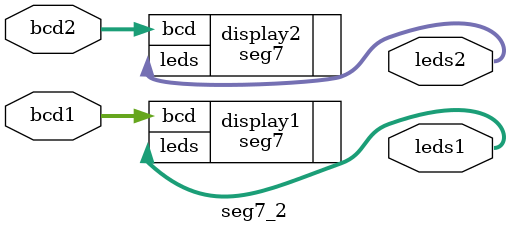
<source format=sv>
module seg7_2 (bcd1, bcd2, leds1, leds2);
	input logic [3:0] bcd1;
	input logic [3:0] bcd2;
	output logic [6:0] leds1;
	output logic [6:0] leds2;

	seg7 display1 (.bcd(bcd1), .leds(leds1));
	seg7 display2 (.bcd(bcd2), .leds(leds2));
	
endmodule 
</source>
